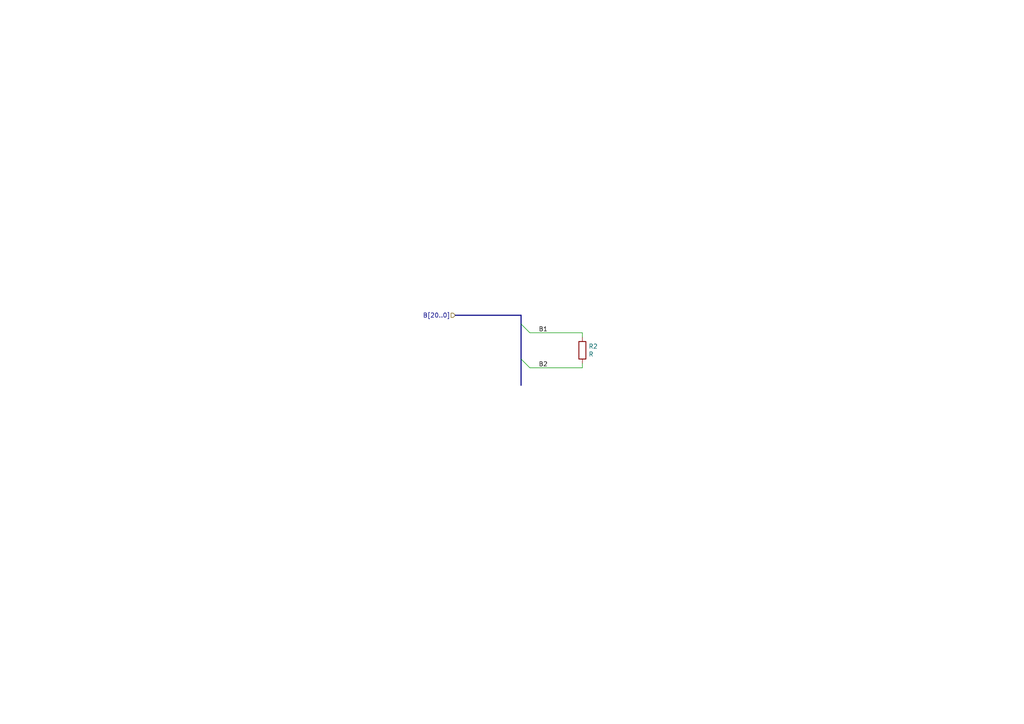
<source format=kicad_sch>
(kicad_sch (version 20200828) (generator eeschema)
  (page 3 4)
  (paper "A4")
  (lib_symbols
    (symbol "Device:R" (pin_numbers hide) (pin_names (offset 0))
      (property "Reference" "R" (at 2.032 0 90))
      (property "Value" "R" (at 0 0 90))
      (symbol "R_0_1"
        (rectangle (start -1.016 -2.54) (end 1.016 2.54) (stroke (width 0.254)))
      )
      (symbol "R_1_1"
        (pin passive line (at 0 3.81 270) (length 1.27) (name "~") (number "1"))
        (pin passive line (at 0 -3.81 90) (length 1.27) (name "~") (number "2"))
      )
    )
  )
  (bus_entry (at 151.13 93.98) (size 2.54 2.54) (stroke (width 0.1524)))
  (bus_entry (at 151.13 104.14) (size 2.54 2.54) (stroke (width 0.1524)))
  (wire (pts (xy 153.67 96.52) (xy 168.91 96.52)))
  (wire (pts (xy 153.67 106.68) (xy 168.91 106.68)))
  (wire (pts (xy 168.91 96.52) (xy 168.91 97.79)))
  (wire (pts (xy 168.91 105.41) (xy 168.91 106.68)))
  (bus (pts (xy 132.08 91.44) (xy 151.13 91.44)))
  (bus (pts (xy 151.13 91.44) (xy 151.13 93.98)))
  (bus (pts (xy 151.13 93.98) (xy 151.13 104.14)))
  (bus (pts (xy 151.13 104.14) (xy 151.13 111.76)))
  (label "B1" (at 156.21 96.52 0))
  (label "B2" (at 156.21 106.68 0))
  (hierarchical_label "B[20..0]" (shape input) (at 132.08 91.44 180))
  (symbol (lib_id "Device:R") (at 168.91 101.6 0) (unit 1)
    (property "Reference" "R2" (at 170.688 100.457 0) (effects (justify left)))
    (property "Value" "R" (at 170.6881 102.7493 0) (effects (justify left)))
  )
)
</source>
